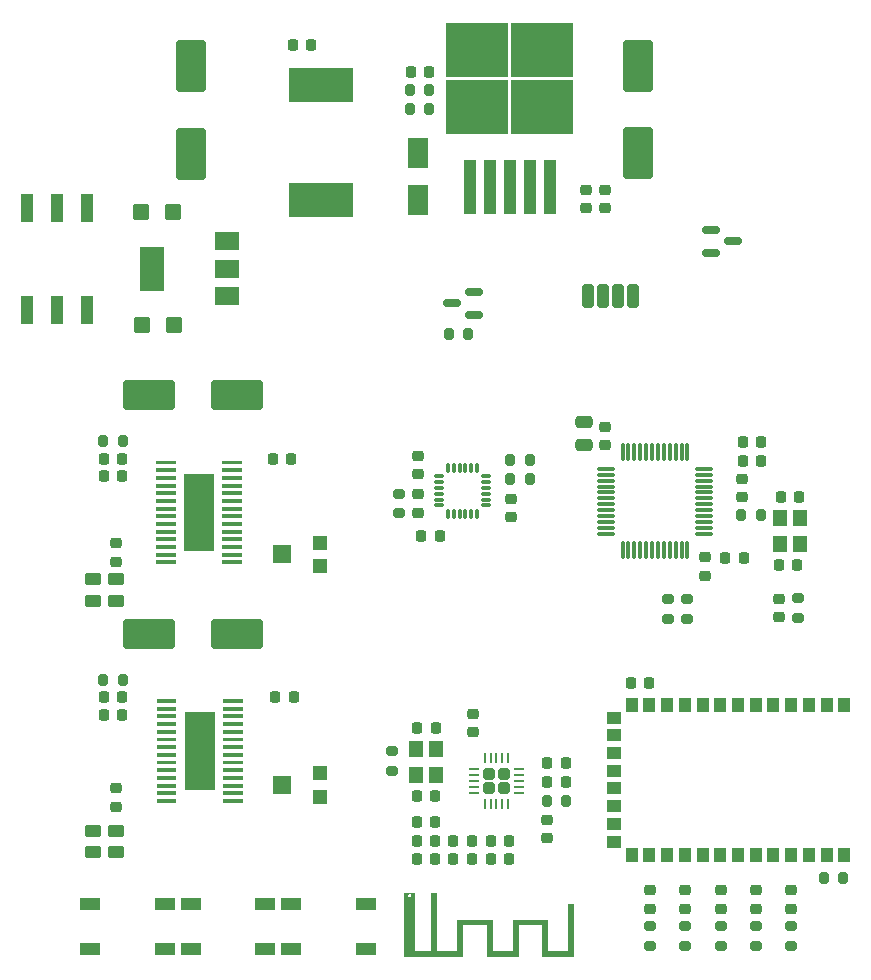
<source format=gbr>
%TF.GenerationSoftware,KiCad,Pcbnew,(6.0.0)*%
%TF.CreationDate,2022-03-02T14:41:02+07:00*%
%TF.ProjectId,balancingRobot_sabaiCode,62616c61-6e63-4696-9e67-526f626f745f,rev?*%
%TF.SameCoordinates,Original*%
%TF.FileFunction,Paste,Top*%
%TF.FilePolarity,Positive*%
%FSLAX46Y46*%
G04 Gerber Fmt 4.6, Leading zero omitted, Abs format (unit mm)*
G04 Created by KiCad (PCBNEW (6.0.0)) date 2022-03-02 14:41:02*
%MOMM*%
%LPD*%
G01*
G04 APERTURE LIST*
G04 Aperture macros list*
%AMRoundRect*
0 Rectangle with rounded corners*
0 $1 Rounding radius*
0 $2 $3 $4 $5 $6 $7 $8 $9 X,Y pos of 4 corners*
0 Add a 4 corners polygon primitive as box body*
4,1,4,$2,$3,$4,$5,$6,$7,$8,$9,$2,$3,0*
0 Add four circle primitives for the rounded corners*
1,1,$1+$1,$2,$3*
1,1,$1+$1,$4,$5*
1,1,$1+$1,$6,$7*
1,1,$1+$1,$8,$9*
0 Add four rect primitives between the rounded corners*
20,1,$1+$1,$2,$3,$4,$5,0*
20,1,$1+$1,$4,$5,$6,$7,0*
20,1,$1+$1,$6,$7,$8,$9,0*
20,1,$1+$1,$8,$9,$2,$3,0*%
G04 Aperture macros list end*
%ADD10C,0.010000*%
%ADD11RoundRect,0.200000X-0.275000X0.200000X-0.275000X-0.200000X0.275000X-0.200000X0.275000X0.200000X0*%
%ADD12RoundRect,0.200000X-0.200000X-0.275000X0.200000X-0.275000X0.200000X0.275000X-0.200000X0.275000X0*%
%ADD13RoundRect,0.225000X0.250000X-0.225000X0.250000X0.225000X-0.250000X0.225000X-0.250000X-0.225000X0*%
%ADD14R,1.700000X1.000000*%
%ADD15RoundRect,0.250000X1.000000X-1.950000X1.000000X1.950000X-1.000000X1.950000X-1.000000X-1.950000X0*%
%ADD16R,2.000000X1.500000*%
%ADD17R,2.000000X3.800000*%
%ADD18RoundRect,0.225000X-0.225000X-0.250000X0.225000X-0.250000X0.225000X0.250000X-0.225000X0.250000X0*%
%ADD19RoundRect,0.218750X0.256250X-0.218750X0.256250X0.218750X-0.256250X0.218750X-0.256250X-0.218750X0*%
%ADD20RoundRect,0.075000X-0.075000X0.350000X-0.075000X-0.350000X0.075000X-0.350000X0.075000X0.350000X0*%
%ADD21RoundRect,0.075000X-0.350000X-0.075000X0.350000X-0.075000X0.350000X0.075000X-0.350000X0.075000X0*%
%ADD22RoundRect,0.250000X0.475000X-0.250000X0.475000X0.250000X-0.475000X0.250000X-0.475000X-0.250000X0*%
%ADD23RoundRect,0.250000X-0.450000X-0.425000X0.450000X-0.425000X0.450000X0.425000X-0.450000X0.425000X0*%
%ADD24RoundRect,0.225000X0.225000X0.250000X-0.225000X0.250000X-0.225000X-0.250000X0.225000X-0.250000X0*%
%ADD25R,1.000000X1.300000*%
%ADD26R,1.300000X1.000000*%
%ADD27RoundRect,0.218750X-0.218750X-0.256250X0.218750X-0.256250X0.218750X0.256250X-0.218750X0.256250X0*%
%ADD28RoundRect,0.200000X0.200000X0.275000X-0.200000X0.275000X-0.200000X-0.275000X0.200000X-0.275000X0*%
%ADD29R,1.800000X2.500000*%
%ADD30R,5.250000X4.550000*%
%ADD31R,1.100000X4.600000*%
%ADD32RoundRect,0.225000X-0.250000X0.225000X-0.250000X-0.225000X0.250000X-0.225000X0.250000X0.225000X0*%
%ADD33RoundRect,0.218750X0.218750X0.256250X-0.218750X0.256250X-0.218750X-0.256250X0.218750X-0.256250X0*%
%ADD34RoundRect,0.250000X-1.950000X-1.000000X1.950000X-1.000000X1.950000X1.000000X-1.950000X1.000000X0*%
%ADD35RoundRect,0.150000X-0.587500X-0.150000X0.587500X-0.150000X0.587500X0.150000X-0.587500X0.150000X0*%
%ADD36R,1.200000X1.200000*%
%ADD37R,1.500000X1.600000*%
%ADD38RoundRect,0.200000X0.275000X-0.200000X0.275000X0.200000X-0.275000X0.200000X-0.275000X-0.200000X0*%
%ADD39RoundRect,0.250000X0.450000X-0.262500X0.450000X0.262500X-0.450000X0.262500X-0.450000X-0.262500X0*%
%ADD40RoundRect,0.250000X-0.250000X0.750000X-0.250000X-0.750000X0.250000X-0.750000X0.250000X0.750000X0*%
%ADD41R,5.400000X2.900000*%
%ADD42R,1.200000X1.400000*%
%ADD43RoundRect,0.150000X0.587500X0.150000X-0.587500X0.150000X-0.587500X-0.150000X0.587500X-0.150000X0*%
%ADD44RoundRect,0.250000X-0.255000X0.255000X-0.255000X-0.255000X0.255000X-0.255000X0.255000X0.255000X0*%
%ADD45RoundRect,0.062500X-0.062500X0.350000X-0.062500X-0.350000X0.062500X-0.350000X0.062500X0.350000X0*%
%ADD46RoundRect,0.062500X-0.350000X0.062500X-0.350000X-0.062500X0.350000X-0.062500X0.350000X0.062500X0*%
%ADD47RoundRect,0.075000X0.662500X0.075000X-0.662500X0.075000X-0.662500X-0.075000X0.662500X-0.075000X0*%
%ADD48RoundRect,0.075000X0.075000X0.662500X-0.075000X0.662500X-0.075000X-0.662500X0.075000X-0.662500X0*%
%ADD49RoundRect,0.250000X0.450000X0.425000X-0.450000X0.425000X-0.450000X-0.425000X0.450000X-0.425000X0*%
%ADD50R,1.120000X2.440000*%
G04 APERTURE END LIST*
D10*
%TO.C,U6*%
X144150000Y-126100000D02*
X145700000Y-126100000D01*
X145700000Y-126100000D02*
X145700000Y-126350000D01*
X145700000Y-126350000D02*
X144150000Y-126350000D01*
X144150000Y-126350000D02*
X144150000Y-126100000D01*
G36*
X145700000Y-126350000D02*
G01*
X144150000Y-126350000D01*
X144150000Y-126100000D01*
X145700000Y-126100000D01*
X145700000Y-126350000D01*
G37*
X145700000Y-126350000D02*
X144150000Y-126350000D01*
X144150000Y-126100000D01*
X145700000Y-126100000D01*
X145700000Y-126350000D01*
X149750000Y-120250000D02*
X151300000Y-120250000D01*
X151300000Y-120250000D02*
X151300000Y-120500000D01*
X151300000Y-120500000D02*
X149750000Y-120500000D01*
X149750000Y-120500000D02*
X149750000Y-120250000D01*
G36*
X151300000Y-120500000D02*
G01*
X149750000Y-120500000D01*
X149750000Y-120250000D01*
X151300000Y-120250000D01*
X151300000Y-120500000D01*
G37*
X151300000Y-120500000D02*
X149750000Y-120500000D01*
X149750000Y-120250000D01*
X151300000Y-120250000D01*
X151300000Y-120500000D01*
X144150000Y-122850000D02*
X145700000Y-122850000D01*
X145700000Y-122850000D02*
X145700000Y-123100000D01*
X145700000Y-123100000D02*
X144150000Y-123100000D01*
X144150000Y-123100000D02*
X144150000Y-122850000D01*
G36*
X145700000Y-123100000D02*
G01*
X144150000Y-123100000D01*
X144150000Y-122850000D01*
X145700000Y-122850000D01*
X145700000Y-123100000D01*
G37*
X145700000Y-123100000D02*
X144150000Y-123100000D01*
X144150000Y-122850000D01*
X145700000Y-122850000D01*
X145700000Y-123100000D01*
X149750000Y-126100000D02*
X151300000Y-126100000D01*
X151300000Y-126100000D02*
X151300000Y-126350000D01*
X151300000Y-126350000D02*
X149750000Y-126350000D01*
X149750000Y-126350000D02*
X149750000Y-126100000D01*
G36*
X151300000Y-126350000D02*
G01*
X149750000Y-126350000D01*
X149750000Y-126100000D01*
X151300000Y-126100000D01*
X151300000Y-126350000D01*
G37*
X151300000Y-126350000D02*
X149750000Y-126350000D01*
X149750000Y-126100000D01*
X151300000Y-126100000D01*
X151300000Y-126350000D01*
X144150000Y-118300000D02*
X145700000Y-118300000D01*
X145700000Y-118300000D02*
X145700000Y-118550000D01*
X145700000Y-118550000D02*
X144150000Y-118550000D01*
X144150000Y-118550000D02*
X144150000Y-118300000D01*
G36*
X145700000Y-118550000D02*
G01*
X144150000Y-118550000D01*
X144150000Y-118300000D01*
X145700000Y-118300000D01*
X145700000Y-118550000D01*
G37*
X145700000Y-118550000D02*
X144150000Y-118550000D01*
X144150000Y-118300000D01*
X145700000Y-118300000D01*
X145700000Y-118550000D01*
X149750000Y-124800000D02*
X151300000Y-124800000D01*
X151300000Y-124800000D02*
X151300000Y-125050000D01*
X151300000Y-125050000D02*
X149750000Y-125050000D01*
X149750000Y-125050000D02*
X149750000Y-124800000D01*
G36*
X151300000Y-125050000D02*
G01*
X149750000Y-125050000D01*
X149750000Y-124800000D01*
X151300000Y-124800000D01*
X151300000Y-125050000D01*
G37*
X151300000Y-125050000D02*
X149750000Y-125050000D01*
X149750000Y-124800000D01*
X151300000Y-124800000D01*
X151300000Y-125050000D01*
X149750000Y-122200000D02*
X151300000Y-122200000D01*
X151300000Y-122200000D02*
X151300000Y-122450000D01*
X151300000Y-122450000D02*
X149750000Y-122450000D01*
X149750000Y-122450000D02*
X149750000Y-122200000D01*
G36*
X151300000Y-122450000D02*
G01*
X149750000Y-122450000D01*
X149750000Y-122200000D01*
X151300000Y-122200000D01*
X151300000Y-122450000D01*
G37*
X151300000Y-122450000D02*
X149750000Y-122450000D01*
X149750000Y-122200000D01*
X151300000Y-122200000D01*
X151300000Y-122450000D01*
X149750000Y-118950000D02*
X151300000Y-118950000D01*
X151300000Y-118950000D02*
X151300000Y-119200000D01*
X151300000Y-119200000D02*
X149750000Y-119200000D01*
X149750000Y-119200000D02*
X149750000Y-118950000D01*
G36*
X151300000Y-119200000D02*
G01*
X149750000Y-119200000D01*
X149750000Y-118950000D01*
X151300000Y-118950000D01*
X151300000Y-119200000D01*
G37*
X151300000Y-119200000D02*
X149750000Y-119200000D01*
X149750000Y-118950000D01*
X151300000Y-118950000D01*
X151300000Y-119200000D01*
X144150000Y-124800000D02*
X145700000Y-124800000D01*
X145700000Y-124800000D02*
X145700000Y-125050000D01*
X145700000Y-125050000D02*
X144150000Y-125050000D01*
X144150000Y-125050000D02*
X144150000Y-124800000D01*
G36*
X145700000Y-125050000D02*
G01*
X144150000Y-125050000D01*
X144150000Y-124800000D01*
X145700000Y-124800000D01*
X145700000Y-125050000D01*
G37*
X145700000Y-125050000D02*
X144150000Y-125050000D01*
X144150000Y-124800000D01*
X145700000Y-124800000D01*
X145700000Y-125050000D01*
X149750000Y-118300000D02*
X151300000Y-118300000D01*
X151300000Y-118300000D02*
X151300000Y-118550000D01*
X151300000Y-118550000D02*
X149750000Y-118550000D01*
X149750000Y-118550000D02*
X149750000Y-118300000D01*
G36*
X151300000Y-118550000D02*
G01*
X149750000Y-118550000D01*
X149750000Y-118300000D01*
X151300000Y-118300000D01*
X151300000Y-118550000D01*
G37*
X151300000Y-118550000D02*
X149750000Y-118550000D01*
X149750000Y-118300000D01*
X151300000Y-118300000D01*
X151300000Y-118550000D01*
X144150000Y-120250000D02*
X145700000Y-120250000D01*
X145700000Y-120250000D02*
X145700000Y-120500000D01*
X145700000Y-120500000D02*
X144150000Y-120500000D01*
X144150000Y-120500000D02*
X144150000Y-120250000D01*
G36*
X145700000Y-120500000D02*
G01*
X144150000Y-120500000D01*
X144150000Y-120250000D01*
X145700000Y-120250000D01*
X145700000Y-120500000D01*
G37*
X145700000Y-120500000D02*
X144150000Y-120500000D01*
X144150000Y-120250000D01*
X145700000Y-120250000D01*
X145700000Y-120500000D01*
X144150000Y-122200000D02*
X145700000Y-122200000D01*
X145700000Y-122200000D02*
X145700000Y-122450000D01*
X145700000Y-122450000D02*
X144150000Y-122450000D01*
X144150000Y-122450000D02*
X144150000Y-122200000D01*
G36*
X145700000Y-122450000D02*
G01*
X144150000Y-122450000D01*
X144150000Y-122200000D01*
X145700000Y-122200000D01*
X145700000Y-122450000D01*
G37*
X145700000Y-122450000D02*
X144150000Y-122450000D01*
X144150000Y-122200000D01*
X145700000Y-122200000D01*
X145700000Y-122450000D01*
X144150000Y-124150000D02*
X145700000Y-124150000D01*
X145700000Y-124150000D02*
X145700000Y-124400000D01*
X145700000Y-124400000D02*
X144150000Y-124400000D01*
X144150000Y-124400000D02*
X144150000Y-124150000D01*
G36*
X145700000Y-124400000D02*
G01*
X144150000Y-124400000D01*
X144150000Y-124150000D01*
X145700000Y-124150000D01*
X145700000Y-124400000D01*
G37*
X145700000Y-124400000D02*
X144150000Y-124400000D01*
X144150000Y-124150000D01*
X145700000Y-124150000D01*
X145700000Y-124400000D01*
X149750000Y-121550000D02*
X151300000Y-121550000D01*
X151300000Y-121550000D02*
X151300000Y-121800000D01*
X151300000Y-121800000D02*
X149750000Y-121800000D01*
X149750000Y-121800000D02*
X149750000Y-121550000D01*
G36*
X151300000Y-121800000D02*
G01*
X149750000Y-121800000D01*
X149750000Y-121550000D01*
X151300000Y-121550000D01*
X151300000Y-121800000D01*
G37*
X151300000Y-121800000D02*
X149750000Y-121800000D01*
X149750000Y-121550000D01*
X151300000Y-121550000D01*
X151300000Y-121800000D01*
X144150000Y-125450000D02*
X145700000Y-125450000D01*
X145700000Y-125450000D02*
X145700000Y-125700000D01*
X145700000Y-125700000D02*
X144150000Y-125700000D01*
X144150000Y-125700000D02*
X144150000Y-125450000D01*
G36*
X145700000Y-125700000D02*
G01*
X144150000Y-125700000D01*
X144150000Y-125450000D01*
X145700000Y-125450000D01*
X145700000Y-125700000D01*
G37*
X145700000Y-125700000D02*
X144150000Y-125700000D01*
X144150000Y-125450000D01*
X145700000Y-125450000D01*
X145700000Y-125700000D01*
X149750000Y-124150000D02*
X151300000Y-124150000D01*
X151300000Y-124150000D02*
X151300000Y-124400000D01*
X151300000Y-124400000D02*
X149750000Y-124400000D01*
X149750000Y-124400000D02*
X149750000Y-124150000D01*
G36*
X151300000Y-124400000D02*
G01*
X149750000Y-124400000D01*
X149750000Y-124150000D01*
X151300000Y-124150000D01*
X151300000Y-124400000D01*
G37*
X151300000Y-124400000D02*
X149750000Y-124400000D01*
X149750000Y-124150000D01*
X151300000Y-124150000D01*
X151300000Y-124400000D01*
X144150000Y-121550000D02*
X145700000Y-121550000D01*
X145700000Y-121550000D02*
X145700000Y-121800000D01*
X145700000Y-121800000D02*
X144150000Y-121800000D01*
X144150000Y-121800000D02*
X144150000Y-121550000D01*
G36*
X145700000Y-121800000D02*
G01*
X144150000Y-121800000D01*
X144150000Y-121550000D01*
X145700000Y-121550000D01*
X145700000Y-121800000D01*
G37*
X145700000Y-121800000D02*
X144150000Y-121800000D01*
X144150000Y-121550000D01*
X145700000Y-121550000D01*
X145700000Y-121800000D01*
X149750000Y-125450000D02*
X151300000Y-125450000D01*
X151300000Y-125450000D02*
X151300000Y-125700000D01*
X151300000Y-125700000D02*
X149750000Y-125700000D01*
X149750000Y-125700000D02*
X149750000Y-125450000D01*
G36*
X151300000Y-125700000D02*
G01*
X149750000Y-125700000D01*
X149750000Y-125450000D01*
X151300000Y-125450000D01*
X151300000Y-125700000D01*
G37*
X151300000Y-125700000D02*
X149750000Y-125700000D01*
X149750000Y-125450000D01*
X151300000Y-125450000D01*
X151300000Y-125700000D01*
X144150000Y-118950000D02*
X145700000Y-118950000D01*
X145700000Y-118950000D02*
X145700000Y-119200000D01*
X145700000Y-119200000D02*
X144150000Y-119200000D01*
X144150000Y-119200000D02*
X144150000Y-118950000D01*
G36*
X145700000Y-119200000D02*
G01*
X144150000Y-119200000D01*
X144150000Y-118950000D01*
X145700000Y-118950000D01*
X145700000Y-119200000D01*
G37*
X145700000Y-119200000D02*
X144150000Y-119200000D01*
X144150000Y-118950000D01*
X145700000Y-118950000D01*
X145700000Y-119200000D01*
X144150000Y-117650000D02*
X145700000Y-117650000D01*
X145700000Y-117650000D02*
X145700000Y-117900000D01*
X145700000Y-117900000D02*
X144150000Y-117900000D01*
X144150000Y-117900000D02*
X144150000Y-117650000D01*
G36*
X145700000Y-117900000D02*
G01*
X144150000Y-117900000D01*
X144150000Y-117650000D01*
X145700000Y-117650000D01*
X145700000Y-117900000D01*
G37*
X145700000Y-117900000D02*
X144150000Y-117900000D01*
X144150000Y-117650000D01*
X145700000Y-117650000D01*
X145700000Y-117900000D01*
X149750000Y-123500000D02*
X151300000Y-123500000D01*
X151300000Y-123500000D02*
X151300000Y-123750000D01*
X151300000Y-123750000D02*
X149750000Y-123750000D01*
X149750000Y-123750000D02*
X149750000Y-123500000D01*
G36*
X151300000Y-123750000D02*
G01*
X149750000Y-123750000D01*
X149750000Y-123500000D01*
X151300000Y-123500000D01*
X151300000Y-123750000D01*
G37*
X151300000Y-123750000D02*
X149750000Y-123750000D01*
X149750000Y-123500000D01*
X151300000Y-123500000D01*
X151300000Y-123750000D01*
X149750000Y-117650000D02*
X151300000Y-117650000D01*
X151300000Y-117650000D02*
X151300000Y-117900000D01*
X151300000Y-117900000D02*
X149750000Y-117900000D01*
X149750000Y-117900000D02*
X149750000Y-117650000D01*
G36*
X151300000Y-117900000D02*
G01*
X149750000Y-117900000D01*
X149750000Y-117650000D01*
X151300000Y-117650000D01*
X151300000Y-117900000D01*
G37*
X151300000Y-117900000D02*
X149750000Y-117900000D01*
X149750000Y-117650000D01*
X151300000Y-117650000D01*
X151300000Y-117900000D01*
X144150000Y-119600000D02*
X145700000Y-119600000D01*
X145700000Y-119600000D02*
X145700000Y-119850000D01*
X145700000Y-119850000D02*
X144150000Y-119850000D01*
X144150000Y-119850000D02*
X144150000Y-119600000D01*
G36*
X145700000Y-119850000D02*
G01*
X144150000Y-119850000D01*
X144150000Y-119600000D01*
X145700000Y-119600000D01*
X145700000Y-119850000D01*
G37*
X145700000Y-119850000D02*
X144150000Y-119850000D01*
X144150000Y-119600000D01*
X145700000Y-119600000D01*
X145700000Y-119850000D01*
X149750000Y-119600000D02*
X151300000Y-119600000D01*
X151300000Y-119600000D02*
X151300000Y-119850000D01*
X151300000Y-119850000D02*
X149750000Y-119850000D01*
X149750000Y-119850000D02*
X149750000Y-119600000D01*
G36*
X151300000Y-119850000D02*
G01*
X149750000Y-119850000D01*
X149750000Y-119600000D01*
X151300000Y-119600000D01*
X151300000Y-119850000D01*
G37*
X151300000Y-119850000D02*
X149750000Y-119850000D01*
X149750000Y-119600000D01*
X151300000Y-119600000D01*
X151300000Y-119850000D01*
X144150000Y-120900000D02*
X145700000Y-120900000D01*
X145700000Y-120900000D02*
X145700000Y-121150000D01*
X145700000Y-121150000D02*
X144150000Y-121150000D01*
X144150000Y-121150000D02*
X144150000Y-120900000D01*
G36*
X145700000Y-121150000D02*
G01*
X144150000Y-121150000D01*
X144150000Y-120900000D01*
X145700000Y-120900000D01*
X145700000Y-121150000D01*
G37*
X145700000Y-121150000D02*
X144150000Y-121150000D01*
X144150000Y-120900000D01*
X145700000Y-120900000D01*
X145700000Y-121150000D01*
X146525000Y-118770000D02*
X148925000Y-118770000D01*
X148925000Y-118770000D02*
X148925000Y-125230000D01*
X148925000Y-125230000D02*
X146525000Y-125230000D01*
X146525000Y-125230000D02*
X146525000Y-118770000D01*
G36*
X148925000Y-125230000D02*
G01*
X146525000Y-125230000D01*
X146525000Y-118770000D01*
X148925000Y-118770000D01*
X148925000Y-125230000D01*
G37*
X148925000Y-125230000D02*
X146525000Y-125230000D01*
X146525000Y-118770000D01*
X148925000Y-118770000D01*
X148925000Y-125230000D01*
X144150000Y-123500000D02*
X145700000Y-123500000D01*
X145700000Y-123500000D02*
X145700000Y-123750000D01*
X145700000Y-123750000D02*
X144150000Y-123750000D01*
X144150000Y-123750000D02*
X144150000Y-123500000D01*
G36*
X145700000Y-123750000D02*
G01*
X144150000Y-123750000D01*
X144150000Y-123500000D01*
X145700000Y-123500000D01*
X145700000Y-123750000D01*
G37*
X145700000Y-123750000D02*
X144150000Y-123750000D01*
X144150000Y-123500000D01*
X145700000Y-123500000D01*
X145700000Y-123750000D01*
X149750000Y-122850000D02*
X151300000Y-122850000D01*
X151300000Y-122850000D02*
X151300000Y-123100000D01*
X151300000Y-123100000D02*
X149750000Y-123100000D01*
X149750000Y-123100000D02*
X149750000Y-122850000D01*
G36*
X151300000Y-123100000D02*
G01*
X149750000Y-123100000D01*
X149750000Y-122850000D01*
X151300000Y-122850000D01*
X151300000Y-123100000D01*
G37*
X151300000Y-123100000D02*
X149750000Y-123100000D01*
X149750000Y-122850000D01*
X151300000Y-122850000D01*
X151300000Y-123100000D01*
X149750000Y-120900000D02*
X151300000Y-120900000D01*
X151300000Y-120900000D02*
X151300000Y-121150000D01*
X151300000Y-121150000D02*
X149750000Y-121150000D01*
X149750000Y-121150000D02*
X149750000Y-120900000D01*
G36*
X151300000Y-121150000D02*
G01*
X149750000Y-121150000D01*
X149750000Y-120900000D01*
X151300000Y-120900000D01*
X151300000Y-121150000D01*
G37*
X151300000Y-121150000D02*
X149750000Y-121150000D01*
X149750000Y-120900000D01*
X151300000Y-120900000D01*
X151300000Y-121150000D01*
%TO.C,ANT1*%
G36*
X165975000Y-134050000D02*
G01*
X165975000Y-138950000D01*
X167375000Y-138950000D01*
X167375000Y-134050000D01*
X167875000Y-134050000D01*
X167875000Y-138950000D01*
X169575000Y-138950000D01*
X169575000Y-136310000D01*
X172575000Y-136310000D01*
X172575000Y-138950000D01*
X174275000Y-138950000D01*
X174275000Y-136310000D01*
X177275000Y-136310000D01*
X177275000Y-138950000D01*
X178975000Y-138950000D01*
X178975000Y-135010000D01*
X179475000Y-135010000D01*
X179475000Y-139450000D01*
X176775000Y-139450000D01*
X176775000Y-136810000D01*
X174775000Y-136810000D01*
X174775000Y-139450000D01*
X172075000Y-139450000D01*
X172075000Y-136810000D01*
X170075000Y-136810000D01*
X170075000Y-139450000D01*
X165075000Y-139450000D01*
X165075000Y-134293215D01*
X165377417Y-134293215D01*
X165382153Y-134341622D01*
X165401815Y-134386416D01*
X165436755Y-134423186D01*
X165469647Y-134440092D01*
X165517733Y-134447982D01*
X165567318Y-134441408D01*
X165612628Y-134421313D01*
X165647888Y-134388643D01*
X165664782Y-134356417D01*
X165673222Y-134308158D01*
X165666691Y-134258632D01*
X165646132Y-134213447D01*
X165612489Y-134178213D01*
X165593878Y-134167600D01*
X165548363Y-134154700D01*
X165499844Y-134153957D01*
X165457181Y-134166065D01*
X165449269Y-134170419D01*
X165411326Y-134203203D01*
X165387258Y-134245605D01*
X165377417Y-134293215D01*
X165075000Y-134293215D01*
X165075000Y-134050000D01*
X165975000Y-134050000D01*
G37*
%TO.C,U5*%
X144077500Y-105250000D02*
X145627500Y-105250000D01*
X145627500Y-105250000D02*
X145627500Y-105500000D01*
X145627500Y-105500000D02*
X144077500Y-105500000D01*
X144077500Y-105500000D02*
X144077500Y-105250000D01*
G36*
X145627500Y-105500000D02*
G01*
X144077500Y-105500000D01*
X144077500Y-105250000D01*
X145627500Y-105250000D01*
X145627500Y-105500000D01*
G37*
X145627500Y-105500000D02*
X144077500Y-105500000D01*
X144077500Y-105250000D01*
X145627500Y-105250000D01*
X145627500Y-105500000D01*
X144077500Y-105900000D02*
X145627500Y-105900000D01*
X145627500Y-105900000D02*
X145627500Y-106150000D01*
X145627500Y-106150000D02*
X144077500Y-106150000D01*
X144077500Y-106150000D02*
X144077500Y-105900000D01*
G36*
X145627500Y-106150000D02*
G01*
X144077500Y-106150000D01*
X144077500Y-105900000D01*
X145627500Y-105900000D01*
X145627500Y-106150000D01*
G37*
X145627500Y-106150000D02*
X144077500Y-106150000D01*
X144077500Y-105900000D01*
X145627500Y-105900000D01*
X145627500Y-106150000D01*
X149677500Y-102650000D02*
X151227500Y-102650000D01*
X151227500Y-102650000D02*
X151227500Y-102900000D01*
X151227500Y-102900000D02*
X149677500Y-102900000D01*
X149677500Y-102900000D02*
X149677500Y-102650000D01*
G36*
X151227500Y-102900000D02*
G01*
X149677500Y-102900000D01*
X149677500Y-102650000D01*
X151227500Y-102650000D01*
X151227500Y-102900000D01*
G37*
X151227500Y-102900000D02*
X149677500Y-102900000D01*
X149677500Y-102650000D01*
X151227500Y-102650000D01*
X151227500Y-102900000D01*
X144077500Y-101350000D02*
X145627500Y-101350000D01*
X145627500Y-101350000D02*
X145627500Y-101600000D01*
X145627500Y-101600000D02*
X144077500Y-101600000D01*
X144077500Y-101600000D02*
X144077500Y-101350000D01*
G36*
X145627500Y-101600000D02*
G01*
X144077500Y-101600000D01*
X144077500Y-101350000D01*
X145627500Y-101350000D01*
X145627500Y-101600000D01*
G37*
X145627500Y-101600000D02*
X144077500Y-101600000D01*
X144077500Y-101350000D01*
X145627500Y-101350000D01*
X145627500Y-101600000D01*
X144077500Y-98750000D02*
X145627500Y-98750000D01*
X145627500Y-98750000D02*
X145627500Y-99000000D01*
X145627500Y-99000000D02*
X144077500Y-99000000D01*
X144077500Y-99000000D02*
X144077500Y-98750000D01*
G36*
X145627500Y-99000000D02*
G01*
X144077500Y-99000000D01*
X144077500Y-98750000D01*
X145627500Y-98750000D01*
X145627500Y-99000000D01*
G37*
X145627500Y-99000000D02*
X144077500Y-99000000D01*
X144077500Y-98750000D01*
X145627500Y-98750000D01*
X145627500Y-99000000D01*
X149677500Y-105250000D02*
X151227500Y-105250000D01*
X151227500Y-105250000D02*
X151227500Y-105500000D01*
X151227500Y-105500000D02*
X149677500Y-105500000D01*
X149677500Y-105500000D02*
X149677500Y-105250000D01*
G36*
X151227500Y-105500000D02*
G01*
X149677500Y-105500000D01*
X149677500Y-105250000D01*
X151227500Y-105250000D01*
X151227500Y-105500000D01*
G37*
X151227500Y-105500000D02*
X149677500Y-105500000D01*
X149677500Y-105250000D01*
X151227500Y-105250000D01*
X151227500Y-105500000D01*
X149677500Y-100050000D02*
X151227500Y-100050000D01*
X151227500Y-100050000D02*
X151227500Y-100300000D01*
X151227500Y-100300000D02*
X149677500Y-100300000D01*
X149677500Y-100300000D02*
X149677500Y-100050000D01*
G36*
X151227500Y-100300000D02*
G01*
X149677500Y-100300000D01*
X149677500Y-100050000D01*
X151227500Y-100050000D01*
X151227500Y-100300000D01*
G37*
X151227500Y-100300000D02*
X149677500Y-100300000D01*
X149677500Y-100050000D01*
X151227500Y-100050000D01*
X151227500Y-100300000D01*
X149677500Y-101350000D02*
X151227500Y-101350000D01*
X151227500Y-101350000D02*
X151227500Y-101600000D01*
X151227500Y-101600000D02*
X149677500Y-101600000D01*
X149677500Y-101600000D02*
X149677500Y-101350000D01*
G36*
X151227500Y-101600000D02*
G01*
X149677500Y-101600000D01*
X149677500Y-101350000D01*
X151227500Y-101350000D01*
X151227500Y-101600000D01*
G37*
X151227500Y-101600000D02*
X149677500Y-101600000D01*
X149677500Y-101350000D01*
X151227500Y-101350000D01*
X151227500Y-101600000D01*
X149677500Y-97450000D02*
X151227500Y-97450000D01*
X151227500Y-97450000D02*
X151227500Y-97700000D01*
X151227500Y-97700000D02*
X149677500Y-97700000D01*
X149677500Y-97700000D02*
X149677500Y-97450000D01*
G36*
X151227500Y-97700000D02*
G01*
X149677500Y-97700000D01*
X149677500Y-97450000D01*
X151227500Y-97450000D01*
X151227500Y-97700000D01*
G37*
X151227500Y-97700000D02*
X149677500Y-97700000D01*
X149677500Y-97450000D01*
X151227500Y-97450000D01*
X151227500Y-97700000D01*
X149677500Y-99400000D02*
X151227500Y-99400000D01*
X151227500Y-99400000D02*
X151227500Y-99650000D01*
X151227500Y-99650000D02*
X149677500Y-99650000D01*
X149677500Y-99650000D02*
X149677500Y-99400000D01*
G36*
X151227500Y-99650000D02*
G01*
X149677500Y-99650000D01*
X149677500Y-99400000D01*
X151227500Y-99400000D01*
X151227500Y-99650000D01*
G37*
X151227500Y-99650000D02*
X149677500Y-99650000D01*
X149677500Y-99400000D01*
X151227500Y-99400000D01*
X151227500Y-99650000D01*
X149677500Y-104600000D02*
X151227500Y-104600000D01*
X151227500Y-104600000D02*
X151227500Y-104850000D01*
X151227500Y-104850000D02*
X149677500Y-104850000D01*
X149677500Y-104850000D02*
X149677500Y-104600000D01*
G36*
X151227500Y-104850000D02*
G01*
X149677500Y-104850000D01*
X149677500Y-104600000D01*
X151227500Y-104600000D01*
X151227500Y-104850000D01*
G37*
X151227500Y-104850000D02*
X149677500Y-104850000D01*
X149677500Y-104600000D01*
X151227500Y-104600000D01*
X151227500Y-104850000D01*
X144077500Y-100700000D02*
X145627500Y-100700000D01*
X145627500Y-100700000D02*
X145627500Y-100950000D01*
X145627500Y-100950000D02*
X144077500Y-100950000D01*
X144077500Y-100950000D02*
X144077500Y-100700000D01*
G36*
X145627500Y-100950000D02*
G01*
X144077500Y-100950000D01*
X144077500Y-100700000D01*
X145627500Y-100700000D01*
X145627500Y-100950000D01*
G37*
X145627500Y-100950000D02*
X144077500Y-100950000D01*
X144077500Y-100700000D01*
X145627500Y-100700000D01*
X145627500Y-100950000D01*
X144077500Y-99400000D02*
X145627500Y-99400000D01*
X145627500Y-99400000D02*
X145627500Y-99650000D01*
X145627500Y-99650000D02*
X144077500Y-99650000D01*
X144077500Y-99650000D02*
X144077500Y-99400000D01*
G36*
X145627500Y-99650000D02*
G01*
X144077500Y-99650000D01*
X144077500Y-99400000D01*
X145627500Y-99400000D01*
X145627500Y-99650000D01*
G37*
X145627500Y-99650000D02*
X144077500Y-99650000D01*
X144077500Y-99400000D01*
X145627500Y-99400000D01*
X145627500Y-99650000D01*
X144077500Y-103950000D02*
X145627500Y-103950000D01*
X145627500Y-103950000D02*
X145627500Y-104200000D01*
X145627500Y-104200000D02*
X144077500Y-104200000D01*
X144077500Y-104200000D02*
X144077500Y-103950000D01*
G36*
X145627500Y-104200000D02*
G01*
X144077500Y-104200000D01*
X144077500Y-103950000D01*
X145627500Y-103950000D01*
X145627500Y-104200000D01*
G37*
X145627500Y-104200000D02*
X144077500Y-104200000D01*
X144077500Y-103950000D01*
X145627500Y-103950000D01*
X145627500Y-104200000D01*
X149677500Y-103950000D02*
X151227500Y-103950000D01*
X151227500Y-103950000D02*
X151227500Y-104200000D01*
X151227500Y-104200000D02*
X149677500Y-104200000D01*
X149677500Y-104200000D02*
X149677500Y-103950000D01*
G36*
X151227500Y-104200000D02*
G01*
X149677500Y-104200000D01*
X149677500Y-103950000D01*
X151227500Y-103950000D01*
X151227500Y-104200000D01*
G37*
X151227500Y-104200000D02*
X149677500Y-104200000D01*
X149677500Y-103950000D01*
X151227500Y-103950000D01*
X151227500Y-104200000D01*
X149677500Y-102000000D02*
X151227500Y-102000000D01*
X151227500Y-102000000D02*
X151227500Y-102250000D01*
X151227500Y-102250000D02*
X149677500Y-102250000D01*
X149677500Y-102250000D02*
X149677500Y-102000000D01*
G36*
X151227500Y-102250000D02*
G01*
X149677500Y-102250000D01*
X149677500Y-102000000D01*
X151227500Y-102000000D01*
X151227500Y-102250000D01*
G37*
X151227500Y-102250000D02*
X149677500Y-102250000D01*
X149677500Y-102000000D01*
X151227500Y-102000000D01*
X151227500Y-102250000D01*
X149677500Y-98100000D02*
X151227500Y-98100000D01*
X151227500Y-98100000D02*
X151227500Y-98350000D01*
X151227500Y-98350000D02*
X149677500Y-98350000D01*
X149677500Y-98350000D02*
X149677500Y-98100000D01*
G36*
X151227500Y-98350000D02*
G01*
X149677500Y-98350000D01*
X149677500Y-98100000D01*
X151227500Y-98100000D01*
X151227500Y-98350000D01*
G37*
X151227500Y-98350000D02*
X149677500Y-98350000D01*
X149677500Y-98100000D01*
X151227500Y-98100000D01*
X151227500Y-98350000D01*
X146452500Y-98570000D02*
X148852500Y-98570000D01*
X148852500Y-98570000D02*
X148852500Y-105030000D01*
X148852500Y-105030000D02*
X146452500Y-105030000D01*
X146452500Y-105030000D02*
X146452500Y-98570000D01*
G36*
X148852500Y-105030000D02*
G01*
X146452500Y-105030000D01*
X146452500Y-98570000D01*
X148852500Y-98570000D01*
X148852500Y-105030000D01*
G37*
X148852500Y-105030000D02*
X146452500Y-105030000D01*
X146452500Y-98570000D01*
X148852500Y-98570000D01*
X148852500Y-105030000D01*
X144077500Y-102000000D02*
X145627500Y-102000000D01*
X145627500Y-102000000D02*
X145627500Y-102250000D01*
X145627500Y-102250000D02*
X144077500Y-102250000D01*
X144077500Y-102250000D02*
X144077500Y-102000000D01*
G36*
X145627500Y-102250000D02*
G01*
X144077500Y-102250000D01*
X144077500Y-102000000D01*
X145627500Y-102000000D01*
X145627500Y-102250000D01*
G37*
X145627500Y-102250000D02*
X144077500Y-102250000D01*
X144077500Y-102000000D01*
X145627500Y-102000000D01*
X145627500Y-102250000D01*
X144077500Y-102650000D02*
X145627500Y-102650000D01*
X145627500Y-102650000D02*
X145627500Y-102900000D01*
X145627500Y-102900000D02*
X144077500Y-102900000D01*
X144077500Y-102900000D02*
X144077500Y-102650000D01*
G36*
X145627500Y-102900000D02*
G01*
X144077500Y-102900000D01*
X144077500Y-102650000D01*
X145627500Y-102650000D01*
X145627500Y-102900000D01*
G37*
X145627500Y-102900000D02*
X144077500Y-102900000D01*
X144077500Y-102650000D01*
X145627500Y-102650000D01*
X145627500Y-102900000D01*
X144077500Y-98100000D02*
X145627500Y-98100000D01*
X145627500Y-98100000D02*
X145627500Y-98350000D01*
X145627500Y-98350000D02*
X144077500Y-98350000D01*
X144077500Y-98350000D02*
X144077500Y-98100000D01*
G36*
X145627500Y-98350000D02*
G01*
X144077500Y-98350000D01*
X144077500Y-98100000D01*
X145627500Y-98100000D01*
X145627500Y-98350000D01*
G37*
X145627500Y-98350000D02*
X144077500Y-98350000D01*
X144077500Y-98100000D01*
X145627500Y-98100000D01*
X145627500Y-98350000D01*
X149677500Y-103300000D02*
X151227500Y-103300000D01*
X151227500Y-103300000D02*
X151227500Y-103550000D01*
X151227500Y-103550000D02*
X149677500Y-103550000D01*
X149677500Y-103550000D02*
X149677500Y-103300000D01*
G36*
X151227500Y-103550000D02*
G01*
X149677500Y-103550000D01*
X149677500Y-103300000D01*
X151227500Y-103300000D01*
X151227500Y-103550000D01*
G37*
X151227500Y-103550000D02*
X149677500Y-103550000D01*
X149677500Y-103300000D01*
X151227500Y-103300000D01*
X151227500Y-103550000D01*
X149677500Y-100700000D02*
X151227500Y-100700000D01*
X151227500Y-100700000D02*
X151227500Y-100950000D01*
X151227500Y-100950000D02*
X149677500Y-100950000D01*
X149677500Y-100950000D02*
X149677500Y-100700000D01*
G36*
X151227500Y-100950000D02*
G01*
X149677500Y-100950000D01*
X149677500Y-100700000D01*
X151227500Y-100700000D01*
X151227500Y-100950000D01*
G37*
X151227500Y-100950000D02*
X149677500Y-100950000D01*
X149677500Y-100700000D01*
X151227500Y-100700000D01*
X151227500Y-100950000D01*
X149677500Y-105900000D02*
X151227500Y-105900000D01*
X151227500Y-105900000D02*
X151227500Y-106150000D01*
X151227500Y-106150000D02*
X149677500Y-106150000D01*
X149677500Y-106150000D02*
X149677500Y-105900000D01*
G36*
X151227500Y-106150000D02*
G01*
X149677500Y-106150000D01*
X149677500Y-105900000D01*
X151227500Y-105900000D01*
X151227500Y-106150000D01*
G37*
X151227500Y-106150000D02*
X149677500Y-106150000D01*
X149677500Y-105900000D01*
X151227500Y-105900000D01*
X151227500Y-106150000D01*
X144077500Y-97450000D02*
X145627500Y-97450000D01*
X145627500Y-97450000D02*
X145627500Y-97700000D01*
X145627500Y-97700000D02*
X144077500Y-97700000D01*
X144077500Y-97700000D02*
X144077500Y-97450000D01*
G36*
X145627500Y-97700000D02*
G01*
X144077500Y-97700000D01*
X144077500Y-97450000D01*
X145627500Y-97450000D01*
X145627500Y-97700000D01*
G37*
X145627500Y-97700000D02*
X144077500Y-97700000D01*
X144077500Y-97450000D01*
X145627500Y-97450000D01*
X145627500Y-97700000D01*
X144077500Y-104600000D02*
X145627500Y-104600000D01*
X145627500Y-104600000D02*
X145627500Y-104850000D01*
X145627500Y-104850000D02*
X144077500Y-104850000D01*
X144077500Y-104850000D02*
X144077500Y-104600000D01*
G36*
X145627500Y-104850000D02*
G01*
X144077500Y-104850000D01*
X144077500Y-104600000D01*
X145627500Y-104600000D01*
X145627500Y-104850000D01*
G37*
X145627500Y-104850000D02*
X144077500Y-104850000D01*
X144077500Y-104600000D01*
X145627500Y-104600000D01*
X145627500Y-104850000D01*
X144077500Y-100050000D02*
X145627500Y-100050000D01*
X145627500Y-100050000D02*
X145627500Y-100300000D01*
X145627500Y-100300000D02*
X144077500Y-100300000D01*
X144077500Y-100300000D02*
X144077500Y-100050000D01*
G36*
X145627500Y-100300000D02*
G01*
X144077500Y-100300000D01*
X144077500Y-100050000D01*
X145627500Y-100050000D01*
X145627500Y-100300000D01*
G37*
X145627500Y-100300000D02*
X144077500Y-100300000D01*
X144077500Y-100050000D01*
X145627500Y-100050000D01*
X145627500Y-100300000D01*
X149677500Y-98750000D02*
X151227500Y-98750000D01*
X151227500Y-98750000D02*
X151227500Y-99000000D01*
X151227500Y-99000000D02*
X149677500Y-99000000D01*
X149677500Y-99000000D02*
X149677500Y-98750000D01*
G36*
X151227500Y-99000000D02*
G01*
X149677500Y-99000000D01*
X149677500Y-98750000D01*
X151227500Y-98750000D01*
X151227500Y-99000000D01*
G37*
X151227500Y-99000000D02*
X149677500Y-99000000D01*
X149677500Y-98750000D01*
X151227500Y-98750000D01*
X151227500Y-99000000D01*
X144077500Y-103300000D02*
X145627500Y-103300000D01*
X145627500Y-103300000D02*
X145627500Y-103550000D01*
X145627500Y-103550000D02*
X144077500Y-103550000D01*
X144077500Y-103550000D02*
X144077500Y-103300000D01*
G36*
X145627500Y-103550000D02*
G01*
X144077500Y-103550000D01*
X144077500Y-103300000D01*
X145627500Y-103300000D01*
X145627500Y-103550000D01*
G37*
X145627500Y-103550000D02*
X144077500Y-103550000D01*
X144077500Y-103300000D01*
X145627500Y-103300000D01*
X145627500Y-103550000D01*
%TD*%
D11*
%TO.C,R7*%
X164600000Y-100250000D03*
X164600000Y-101900000D03*
%TD*%
D12*
%TO.C,R14*%
X139575000Y-95800000D03*
X141225000Y-95800000D03*
%TD*%
D13*
%TO.C,C14*%
X170900000Y-120425000D03*
X170900000Y-118875000D03*
%TD*%
D14*
%TO.C,SW1*%
X161800000Y-135000000D03*
X155500000Y-135000000D03*
X161800000Y-138800000D03*
X155500000Y-138800000D03*
%TD*%
D15*
%TO.C,C5*%
X184890000Y-71430000D03*
X184890000Y-64030000D03*
%TD*%
D16*
%TO.C,U8*%
X150050000Y-83500000D03*
X150050000Y-81200000D03*
D17*
X143750000Y-81200000D03*
D16*
X150050000Y-78900000D03*
%TD*%
D18*
%TO.C,C27*%
X139625000Y-117500000D03*
X141175000Y-117500000D03*
%TD*%
D19*
%TO.C,D3*%
X191850000Y-135400000D03*
X191850000Y-133825000D03*
%TD*%
D14*
%TO.C,SW4*%
X144800000Y-138800000D03*
X138500000Y-138800000D03*
X138500000Y-135000000D03*
X144800000Y-135000000D03*
%TD*%
D18*
%TO.C,C13*%
X177175000Y-124675000D03*
X178725000Y-124675000D03*
%TD*%
D20*
%TO.C,U2*%
X171250000Y-98050000D03*
X170750000Y-98050000D03*
X170250000Y-98050000D03*
X169750000Y-98050000D03*
X169250000Y-98050000D03*
X168750000Y-98050000D03*
D21*
X168050000Y-98750000D03*
X168050000Y-99250000D03*
X168050000Y-99750000D03*
X168050000Y-100250000D03*
X168050000Y-100750000D03*
X168050000Y-101250000D03*
D20*
X168750000Y-101950000D03*
X169250000Y-101950000D03*
X169750000Y-101950000D03*
X170250000Y-101950000D03*
X170750000Y-101950000D03*
X171250000Y-101950000D03*
D21*
X171950000Y-101250000D03*
X171950000Y-100750000D03*
X171950000Y-100250000D03*
X171950000Y-99750000D03*
X171950000Y-99250000D03*
X171950000Y-98750000D03*
%TD*%
D22*
%TO.C,C1*%
X180300000Y-96100000D03*
X180300000Y-94200000D03*
%TD*%
D19*
%TO.C,D5*%
X194825000Y-135400000D03*
X194825000Y-133825000D03*
%TD*%
D23*
%TO.C,C39*%
X142900000Y-86000000D03*
X145600000Y-86000000D03*
%TD*%
D11*
%TO.C,R4*%
X187400000Y-109175000D03*
X187400000Y-110825000D03*
%TD*%
D24*
%TO.C,C10*%
X168075000Y-103800000D03*
X166525000Y-103800000D03*
%TD*%
D25*
%TO.C,U4*%
X202325000Y-118112500D03*
X200825000Y-118112500D03*
X199325000Y-118112500D03*
X197825000Y-118112500D03*
X196325000Y-118112500D03*
X194825000Y-118112500D03*
X193325000Y-118112500D03*
X191825000Y-118112500D03*
X190325000Y-118112500D03*
X188825000Y-118112500D03*
X187325000Y-118112500D03*
X185825000Y-118112500D03*
X184325000Y-118112500D03*
D26*
X182825000Y-119212500D03*
X182825000Y-120712500D03*
X182825000Y-122212500D03*
X182825000Y-123712500D03*
X182825000Y-125212500D03*
X182825000Y-126712500D03*
X182825000Y-128212500D03*
X182825000Y-129712500D03*
D25*
X184325000Y-130812500D03*
X185825000Y-130812500D03*
X187325000Y-130812500D03*
X188825000Y-130812500D03*
X190325000Y-130812500D03*
X191825000Y-130812500D03*
X193325000Y-130812500D03*
X194825000Y-130812500D03*
X196325000Y-130812500D03*
X197825000Y-130812500D03*
X199325000Y-130812500D03*
X200825000Y-130812500D03*
X202325000Y-130812500D03*
%TD*%
D19*
%TO.C,D2*%
X188875000Y-135400000D03*
X188875000Y-133825000D03*
%TD*%
D27*
%TO.C,L3*%
X169212500Y-129675000D03*
X170787500Y-129675000D03*
%TD*%
D13*
%TO.C,C12*%
X174100000Y-102250000D03*
X174100000Y-100700000D03*
%TD*%
%TO.C,C2*%
X182100000Y-96150000D03*
X182100000Y-94600000D03*
%TD*%
D18*
%TO.C,C40*%
X155660000Y-62250000D03*
X157210000Y-62250000D03*
%TD*%
D28*
%TO.C,R9*%
X178775000Y-126275000D03*
X177125000Y-126275000D03*
%TD*%
D29*
%TO.C,D4*%
X166200000Y-75400000D03*
X166200000Y-71400000D03*
%TD*%
D18*
%TO.C,C18*%
X177175000Y-123075000D03*
X178725000Y-123075000D03*
%TD*%
D30*
%TO.C,U7*%
X176775000Y-67550000D03*
X176775000Y-62700000D03*
X171225000Y-67550000D03*
X171225000Y-62700000D03*
D31*
X170600000Y-74275000D03*
X172300000Y-74275000D03*
X174000000Y-74275000D03*
X175700000Y-74275000D03*
X177400000Y-74275000D03*
%TD*%
D32*
%TO.C,C15*%
X177175000Y-127875000D03*
X177175000Y-129425000D03*
%TD*%
D18*
%TO.C,C26*%
X154150000Y-117500000D03*
X155700000Y-117500000D03*
%TD*%
%TO.C,C22*%
X166125000Y-131175000D03*
X167675000Y-131175000D03*
%TD*%
D32*
%TO.C,C31*%
X140700000Y-125200000D03*
X140700000Y-126750000D03*
%TD*%
%TO.C,C35*%
X193700000Y-99025000D03*
X193700000Y-100575000D03*
%TD*%
D11*
%TO.C,R19*%
X191850000Y-136900000D03*
X191850000Y-138550000D03*
%TD*%
D28*
%TO.C,R1*%
X195250000Y-102100000D03*
X193600000Y-102100000D03*
%TD*%
D13*
%TO.C,C36*%
X182090000Y-76070000D03*
X182090000Y-74520000D03*
%TD*%
D24*
%TO.C,C21*%
X170775000Y-131175000D03*
X169225000Y-131175000D03*
%TD*%
D32*
%TO.C,C28*%
X140700000Y-104450000D03*
X140700000Y-106000000D03*
%TD*%
D33*
%TO.C,L2*%
X173975000Y-131175000D03*
X172400000Y-131175000D03*
%TD*%
D34*
%TO.C,C30*%
X143470000Y-91900000D03*
X150870000Y-91900000D03*
%TD*%
D12*
%TO.C,R16*%
X139575000Y-116000000D03*
X141225000Y-116000000D03*
%TD*%
D28*
%TO.C,R22*%
X167170000Y-67690000D03*
X165520000Y-67690000D03*
%TD*%
D34*
%TO.C,C33*%
X143500000Y-112100000D03*
X150900000Y-112100000D03*
%TD*%
D35*
%TO.C,Q2*%
X191062500Y-77950000D03*
X191062500Y-79850000D03*
X192937500Y-78900000D03*
%TD*%
D18*
%TO.C,C24*%
X153970000Y-97300000D03*
X155520000Y-97300000D03*
%TD*%
D19*
%TO.C,D6*%
X185900000Y-135400000D03*
X185900000Y-133825000D03*
%TD*%
D32*
%TO.C,C3*%
X190500000Y-105650000D03*
X190500000Y-107200000D03*
%TD*%
D36*
%TO.C,RV2*%
X157975000Y-125900000D03*
D37*
X154725000Y-124900000D03*
D36*
X157975000Y-123900000D03*
%TD*%
D18*
%TO.C,C4*%
X192250000Y-105700000D03*
X193800000Y-105700000D03*
%TD*%
D38*
%TO.C,R8*%
X164025000Y-123725000D03*
X164025000Y-122075000D03*
%TD*%
D11*
%TO.C,R18*%
X188875000Y-136900000D03*
X188875000Y-138550000D03*
%TD*%
D18*
%TO.C,C42*%
X165600000Y-64550000D03*
X167150000Y-64550000D03*
%TD*%
%TO.C,C25*%
X139625000Y-97300000D03*
X141175000Y-97300000D03*
%TD*%
%TO.C,C19*%
X166125000Y-128075000D03*
X167675000Y-128075000D03*
%TD*%
D28*
%TO.C,R3*%
X170500000Y-86750000D03*
X168850000Y-86750000D03*
%TD*%
D18*
%TO.C,C23*%
X184250000Y-116300000D03*
X185800000Y-116300000D03*
%TD*%
D39*
%TO.C,R17*%
X138700000Y-130625000D03*
X138700000Y-128800000D03*
%TD*%
D40*
%TO.C,J4*%
X184470000Y-83500000D03*
X183200000Y-83500000D03*
X181930000Y-83500000D03*
X180660000Y-83500000D03*
%TD*%
D28*
%TO.C,R6*%
X175700000Y-97400000D03*
X174050000Y-97400000D03*
%TD*%
D41*
%TO.C,L5*%
X158000000Y-75350000D03*
X158000000Y-65650000D03*
%TD*%
D13*
%TO.C,C37*%
X180480000Y-76060000D03*
X180480000Y-74510000D03*
%TD*%
D42*
%TO.C,Y1*%
X198600000Y-104500000D03*
X198600000Y-102300000D03*
X196900000Y-102300000D03*
X196900000Y-104500000D03*
%TD*%
%TO.C,Y2*%
X167725000Y-124075000D03*
X167725000Y-121875000D03*
X166025000Y-121875000D03*
X166025000Y-124075000D03*
%TD*%
D43*
%TO.C,Q1*%
X170987500Y-85100000D03*
X170987500Y-83200000D03*
X169112500Y-84150000D03*
%TD*%
D32*
%TO.C,C8*%
X196800000Y-109150000D03*
X196800000Y-110700000D03*
%TD*%
D44*
%TO.C,U3*%
X173500000Y-125200000D03*
X172250000Y-123950000D03*
X172250000Y-125200000D03*
X173500000Y-123950000D03*
D45*
X173875000Y-122637500D03*
X173375000Y-122637500D03*
X172875000Y-122637500D03*
X172375000Y-122637500D03*
X171875000Y-122637500D03*
D46*
X170937500Y-123575000D03*
X170937500Y-124075000D03*
X170937500Y-124575000D03*
X170937500Y-125075000D03*
X170937500Y-125575000D03*
D45*
X171875000Y-126512500D03*
X172375000Y-126512500D03*
X172875000Y-126512500D03*
X173375000Y-126512500D03*
X173875000Y-126512500D03*
D46*
X174812500Y-125575000D03*
X174812500Y-125075000D03*
X174812500Y-124575000D03*
X174812500Y-124075000D03*
X174812500Y-123575000D03*
%TD*%
D36*
%TO.C,RV1*%
X157970000Y-106400000D03*
D37*
X154720000Y-105400000D03*
D36*
X157970000Y-104400000D03*
%TD*%
D13*
%TO.C,C11*%
X166200000Y-101850000D03*
X166200000Y-100300000D03*
%TD*%
D39*
%TO.C,R12*%
X140700000Y-109312500D03*
X140700000Y-107487500D03*
%TD*%
D18*
%TO.C,C7*%
X196950000Y-100500000D03*
X198500000Y-100500000D03*
%TD*%
D24*
%TO.C,C17*%
X167675000Y-125875000D03*
X166125000Y-125875000D03*
%TD*%
%TO.C,C29*%
X141175000Y-98800000D03*
X139625000Y-98800000D03*
%TD*%
%TO.C,C32*%
X141175000Y-119000000D03*
X139625000Y-119000000D03*
%TD*%
D47*
%TO.C,U1*%
X190462500Y-103650000D03*
X190462500Y-103150000D03*
X190462500Y-102650000D03*
X190462500Y-102150000D03*
X190462500Y-101650000D03*
X190462500Y-101150000D03*
X190462500Y-100650000D03*
X190462500Y-100150000D03*
X190462500Y-99650000D03*
X190462500Y-99150000D03*
X190462500Y-98650000D03*
X190462500Y-98150000D03*
D48*
X189050000Y-96737500D03*
X188550000Y-96737500D03*
X188050000Y-96737500D03*
X187550000Y-96737500D03*
X187050000Y-96737500D03*
X186550000Y-96737500D03*
X186050000Y-96737500D03*
X185550000Y-96737500D03*
X185050000Y-96737500D03*
X184550000Y-96737500D03*
X184050000Y-96737500D03*
X183550000Y-96737500D03*
D47*
X182137500Y-98150000D03*
X182137500Y-98650000D03*
X182137500Y-99150000D03*
X182137500Y-99650000D03*
X182137500Y-100150000D03*
X182137500Y-100650000D03*
X182137500Y-101150000D03*
X182137500Y-101650000D03*
X182137500Y-102150000D03*
X182137500Y-102650000D03*
X182137500Y-103150000D03*
X182137500Y-103650000D03*
D48*
X183550000Y-105062500D03*
X184050000Y-105062500D03*
X184550000Y-105062500D03*
X185050000Y-105062500D03*
X185550000Y-105062500D03*
X186050000Y-105062500D03*
X186550000Y-105062500D03*
X187050000Y-105062500D03*
X187550000Y-105062500D03*
X188050000Y-105062500D03*
X188550000Y-105062500D03*
X189050000Y-105062500D03*
%TD*%
D38*
%TO.C,R2*%
X198400000Y-110750000D03*
X198400000Y-109100000D03*
%TD*%
D32*
%TO.C,C9*%
X166200000Y-97050000D03*
X166200000Y-98600000D03*
%TD*%
D11*
%TO.C,R24*%
X185900000Y-136900000D03*
X185900000Y-138550000D03*
%TD*%
%TO.C,R11*%
X197800000Y-136900000D03*
X197800000Y-138550000D03*
%TD*%
D49*
%TO.C,C38*%
X145500000Y-76400000D03*
X142800000Y-76400000D03*
%TD*%
D12*
%TO.C,R10*%
X200575000Y-132800000D03*
X202225000Y-132800000D03*
%TD*%
D24*
%TO.C,C6*%
X198350000Y-106300000D03*
X196800000Y-106300000D03*
%TD*%
D18*
%TO.C,C16*%
X166175000Y-120075000D03*
X167725000Y-120075000D03*
%TD*%
D33*
%TO.C,L4*%
X195287500Y-95900000D03*
X193712500Y-95900000D03*
%TD*%
D18*
%TO.C,C34*%
X193712500Y-97500000D03*
X195262500Y-97500000D03*
%TD*%
D19*
%TO.C,D1*%
X197800000Y-135400000D03*
X197800000Y-133825000D03*
%TD*%
D39*
%TO.C,R15*%
X140700000Y-130625000D03*
X140700000Y-128800000D03*
%TD*%
D12*
%TO.C,R5*%
X174050000Y-99000000D03*
X175700000Y-99000000D03*
%TD*%
D50*
%TO.C,SW2*%
X138240000Y-76095000D03*
X135700000Y-76095000D03*
X133160000Y-76095000D03*
X133160000Y-84705000D03*
X135700000Y-84705000D03*
X138240000Y-84705000D03*
%TD*%
D33*
%TO.C,L1*%
X173975000Y-129675000D03*
X172400000Y-129675000D03*
%TD*%
D39*
%TO.C,R13*%
X138700000Y-109312500D03*
X138700000Y-107487500D03*
%TD*%
D12*
%TO.C,R21*%
X165540000Y-66120000D03*
X167190000Y-66120000D03*
%TD*%
D11*
%TO.C,R20*%
X189000000Y-109175000D03*
X189000000Y-110825000D03*
%TD*%
D15*
%TO.C,C41*%
X147050000Y-71470000D03*
X147050000Y-64070000D03*
%TD*%
D11*
%TO.C,R23*%
X194825000Y-136900000D03*
X194825000Y-138550000D03*
%TD*%
D18*
%TO.C,C20*%
X166125000Y-129675000D03*
X167675000Y-129675000D03*
%TD*%
D14*
%TO.C,SW5*%
X147000000Y-135000000D03*
X153300000Y-135000000D03*
X147000000Y-138800000D03*
X153300000Y-138800000D03*
%TD*%
M02*

</source>
